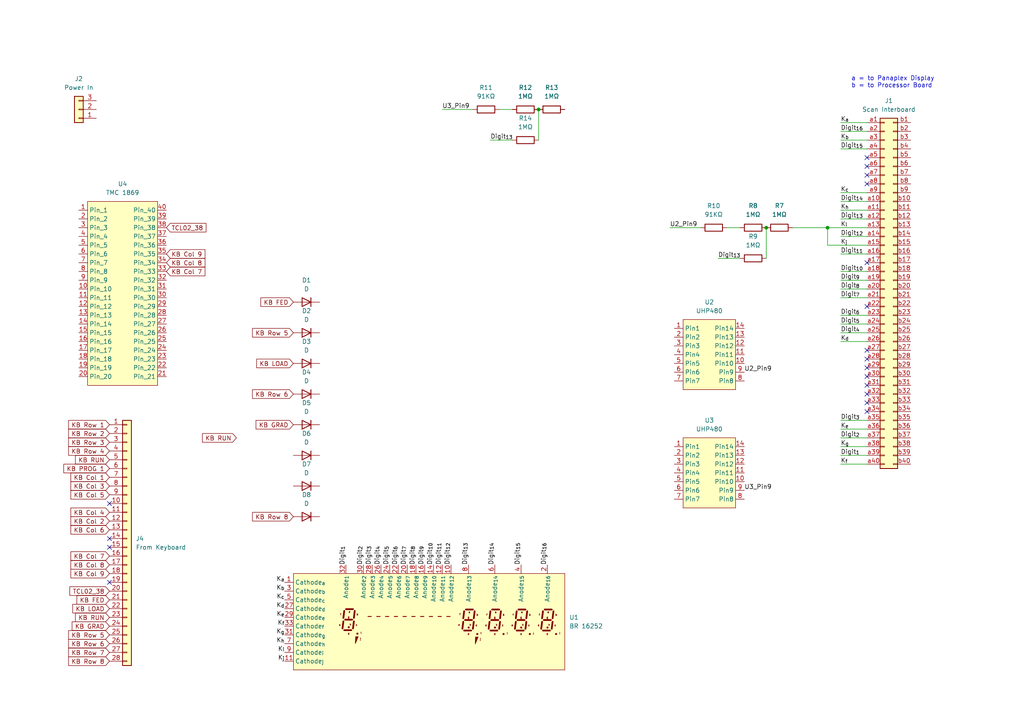
<source format=kicad_sch>
(kicad_sch (version 20250114) (generator "eeschema") (generator_version "9.0")
  (paper "A4")
  (title_block (title "Compucorp 320-Series Scan Board") (rev "WIP") (company "Brett Hallen"))
  (lib_symbols
    (symbol "Compucorp_324G_Scientist:Panaplex II 16dig"
      (property "Reference" "U" (at -38.1 -30.48 0))
      (property "Value" "BR 16252" (at 30.48 -30.48 0))
      (symbol "Panaplex II 16dig_0_1"
        (polyline (pts (xy -26.1386 -13.8638) (xy -26.3926 -15.8958)) (stroke (width 0.508)))
        (polyline (pts (xy -25.8846 -10.8158) (xy -26.1386 -12.8478)) (stroke (width 0.508)))
        (polyline (pts (xy -25.8846 -16.4038) (xy -23.8526 -16.4038)) (stroke (width 0.508)))
        (polyline (pts (xy -25.6306 -13.3558) (xy -23.5986 -13.3558)) (stroke (width 0.508)))
        (polyline (pts (xy -25.3766 -10.3078) (xy -23.3446 -10.3078)) (stroke (width 0.508)))
        (polyline (pts (xy -23.0906 -13.8638) (xy -23.3446 -15.8958)) (stroke (width 0.508)))
        (polyline (pts (xy -22.8366 -10.8158) (xy -23.0906 -12.8478)) (stroke (width 0.508)))
        (polyline (pts (xy -22.0746 -16.4038) (xy -22.0746 -16.4038)) (stroke (width 0.508)))
        (polyline (pts (xy 8.636 -13.97) (xy 8.382 -16.002)) (stroke (width 0.508)))
        (polyline (pts (xy 8.89 -10.922) (xy 8.636 -12.954)) (stroke (width 0.508)))
        (polyline (pts (xy 8.89 -16.51) (xy 10.922 -16.51)) (stroke (width 0.508)))
        (polyline (pts (xy 9.144 -13.462) (xy 11.176 -13.462)) (stroke (width 0.508)))
        (polyline (pts (xy 9.398 -10.414) (xy 11.43 -10.414)) (stroke (width 0.508)))
        (polyline (pts (xy 11.684 -13.97) (xy 11.43 -16.002)) (stroke (width 0.508)))
        (polyline (pts (xy 11.938 -10.922) (xy 11.684 -12.954)) (stroke (width 0.508)))
        (polyline (pts (xy 12.7 -16.51) (xy 12.7 -16.51)) (stroke (width 0.508)))
        (polyline (pts (xy 16.256 -13.97) (xy 16.002 -16.002)) (stroke (width 0.508)))
        (polyline (pts (xy 16.51 -10.922) (xy 16.256 -12.954)) (stroke (width 0.508)))
        (polyline (pts (xy 16.51 -16.51) (xy 18.542 -16.51)) (stroke (width 0.508)))
        (polyline (pts (xy 16.764 -13.462) (xy 18.796 -13.462)) (stroke (width 0.508)))
        (polyline (pts (xy 17.018 -10.414) (xy 19.05 -10.414)) (stroke (width 0.508)))
        (polyline (pts (xy 19.304 -13.97) (xy 19.05 -16.002)) (stroke (width 0.508)))
        (polyline (pts (xy 19.558 -10.922) (xy 19.304 -12.954)) (stroke (width 0.508)))
        (polyline (pts (xy 20.32 -16.51) (xy 20.32 -16.51)) (stroke (width 0.508)))
        (polyline (pts (xy 23.876 -13.97) (xy 23.622 -16.002)) (stroke (width 0.508)))
        (polyline (pts (xy 24.13 -10.922) (xy 23.876 -12.954)) (stroke (width 0.508)))
        (polyline (pts (xy 24.13 -16.51) (xy 26.162 -16.51)) (stroke (width 0.508)))
        (polyline (pts (xy 24.384 -13.462) (xy 26.416 -13.462)) (stroke (width 0.508)))
        (polyline (pts (xy 24.638 -10.414) (xy 26.67 -10.414)) (stroke (width 0.508)))
        (polyline (pts (xy 26.924 -13.97) (xy 26.67 -16.002)) (stroke (width 0.508)))
        (polyline (pts (xy 27.178 -10.922) (xy 26.924 -12.954)) (stroke (width 0.508)))
        (polyline (pts (xy 27.94 -16.51) (xy 27.94 -16.51)) (stroke (width 0.508)))
        (polyline (pts (xy 31.496 -13.97) (xy 31.242 -16.002)) (stroke (width 0.508)))
        (polyline (pts (xy 31.75 -10.922) (xy 31.496 -12.954)) (stroke (width 0.508)))
        (polyline (pts (xy 31.75 -16.51) (xy 33.782 -16.51)) (stroke (width 0.508)))
        (polyline (pts (xy 32.004 -13.462) (xy 34.036 -13.462)) (stroke (width 0.508)))
        (polyline (pts (xy 32.258 -10.414) (xy 34.29 -10.414)) (stroke (width 0.508)))
        (polyline (pts (xy 34.544 -13.97) (xy 34.29 -16.002)) (stroke (width 0.508)))
        (polyline (pts (xy 34.798 -10.922) (xy 34.544 -12.954)) (stroke (width 0.508)))
        (polyline (pts (xy 35.56 -16.51) (xy 35.56 -16.51)) (stroke (width 0.508)))
      )
      (symbol "Panaplex II 16dig_1_1"
        (rectangle (start -40.64 0) (end 38.1 -27.94) (fill (type color) (color 255 255 194 1)))
        (circle (center -24.5726 -15.5442) (radius 0.2199) (fill (type outline)))
        (polyline (pts (xy -22.5977 -18.2754) (xy -21.8159 -18.2754) (xy -22.6672 -20.3081) (xy -22.5969 -18.2754)) (fill (type outline)))
        (circle (center -22.0746 -17.4198) (radius 0.2199) (fill (type outline)))
        (circle (center 10.202 -15.6504) (radius 0.2199) (fill (type outline)))
        (polyline (pts (xy 12.1769 -18.3816) (xy 12.9587 -18.3816) (xy 12.1074 -20.4143) (xy 12.1777 -18.3816)) (fill (type outline)))
        (circle (center 12.7 -17.526) (radius 0.2199) (fill (type outline)))
        (circle (center 17.822 -15.6504) (radius 0.2199) (fill (type outline)))
        (circle (center 20.32 -17.526) (radius 0.2199) (fill (type outline)))
        (circle (center 25.442 -15.6504) (radius 0.2199) (fill (type outline)))
        (circle (center 27.94 -17.526) (radius 0.2199) (fill (type outline)))
        (circle (center 33.062 -15.6504) (radius 0.2199) (fill (type outline)))
        (circle (center 35.56 -17.526) (radius 0.2199) (fill (type outline)))
        (text "e" (at -27.1546 -14.8798 0) (effects (font (size 0.508 0.508))))
        (text "f" (at -26.9006 -11.8318 0) (effects (font (size 0.508 0.508))))
        (text "g" (at -24.6146 -12.5938 0) (effects (font (size 0.508 0.508))))
        (text "d" (at -24.6146 -17.4198 0) (effects (font (size 0.508 0.508))))
        (text "a" (at -24.3606 -11.0698 0) (effects (font (size 0.508 0.508))))
        (text "h" (at -24.0832 -14.7736 0) (effects (font (size 0.508 0.508))))
        (text "c" (at -22.3286 -14.8798 0) (effects (font (size 0.508 0.508))))
        (text "b" (at -22.0746 -11.8318 0) (effects (font (size 0.508 0.508))))
        (text "j" (at -21.1721 -18.9644 0) (effects (font (size 0.508 0.508))))
        (text "i" (at -21.0048 -17.2494 0) (effects (font (size 0.508 0.508))))
        (text "- - - - - - - - - -" (at -7.0886 -12.3398 0) (effects (font (size 1.27 1.27) (thickness 0.254) (bold yes))))
        (text "e" (at 7.4229 -14.8478 0) (effects (font (size 0.508 0.508))))
        (text "f" (at 7.6769 -11.7998 0) (effects (font (size 0.508 0.508))))
        (text "g" (at 10.16 -12.7 0) (effects (font (size 0.508 0.508))))
        (text "d" (at 10.16 -17.526 0) (effects (font (size 0.508 0.508))))
        (text "a" (at 10.414 -11.176 0) (effects (font (size 0.508 0.508))))
        (text "h" (at 10.6914 -14.8798 0) (effects (font (size 0.508 0.508))))
        (text "c" (at 12.446 -14.986 0) (effects (font (size 0.508 0.508))))
        (text "b" (at 12.7 -11.938 0) (effects (font (size 0.508 0.508))))
        (text "j" (at 13.6025 -19.0706 0) (effects (font (size 0.508 0.508))))
        (text "i" (at 13.7698 -17.3556 0) (effects (font (size 0.508 0.508))))
        (text "e" (at 15.24 -14.986 0) (effects (font (size 0.508 0.508))))
        (text "f" (at 15.494 -11.938 0) (effects (font (size 0.508 0.508))))
        (text "g" (at 17.78 -12.7 0) (effects (font (size 0.508 0.508))))
        (text "d" (at 17.78 -17.526 0) (effects (font (size 0.508 0.508))))
        (text "a" (at 18.034 -11.176 0) (effects (font (size 0.508 0.508))))
        (text "h" (at 18.3114 -14.8798 0) (effects (font (size 0.508 0.508))))
        (text "c" (at 20.066 -14.986 0) (effects (font (size 0.508 0.508))))
        (text "b" (at 20.32 -11.938 0) (effects (font (size 0.508 0.508))))
        (text "i" (at 21.3898 -17.3556 0) (effects (font (size 0.508 0.508))))
        (text "e" (at 22.86 -14.986 0) (effects (font (size 0.508 0.508))))
        (text "f" (at 23.114 -11.938 0) (effects (font (size 0.508 0.508))))
        (text "g" (at 25.4 -12.7 0) (effects (font (size 0.508 0.508))))
        (text "d" (at 25.4 -17.526 0) (effects (font (size 0.508 0.508))))
        (text "a" (at 25.654 -11.176 0) (effects (font (size 0.508 0.508))))
        (text "h" (at 25.9314 -14.8798 0) (effects (font (size 0.508 0.508))))
        (text "c" (at 27.686 -14.986 0) (effects (font (size 0.508 0.508))))
        (text "b" (at 27.94 -11.938 0) (effects (font (size 0.508 0.508))))
        (text "i" (at 28.9883 -17.5131 0) (effects (font (size 0.508 0.508))))
        (text "e" (at 30.48 -14.986 0) (effects (font (size 0.508 0.508))))
        (text "f" (at 30.734 -11.938 0) (effects (font (size 0.508 0.508))))
        (text "g" (at 33.02 -12.7 0) (effects (font (size 0.508 0.508))))
        (text "d" (at 33.02 -17.526 0) (effects (font (size 0.508 0.508))))
        (text "a" (at 33.274 -11.176 0) (effects (font (size 0.508 0.508))))
        (text "h" (at 33.5514 -14.8798 0) (effects (font (size 0.508 0.508))))
        (text "c" (at 35.306 -14.986 0) (effects (font (size 0.508 0.508))))
        (text "b" (at 35.56 -11.938 0) (effects (font (size 0.508 0.508))))
        (text "i" (at 36.6298 -17.3556 0) (effects (font (size 0.508 0.508))))
        (pin input line (at -43.18 -2.54 0) (length 2.54) (name "Cathode_{a}") (number "1"))
        (pin input line (at -43.18 -5.08 0) (length 2.54) (name "Cathode_{b}") (number "3"))
        (pin input line (at -43.18 -7.62 0) (length 2.54) (name "Cathode_{c}") (number "5"))
        (pin input line (at -43.18 -10.16 0) (length 2.54) (name "Cathode_{d}") (number "27"))
        (pin input line (at -43.18 -12.7 0) (length 2.54) (name "Cathode_{e}") (number "29"))
        (pin input line (at -43.18 -15.24 0) (length 2.54) (name "Cathode_{f}") (number "33"))
        (pin input line (at -43.18 -17.78 0) (length 2.54) (name "Cathode_{g}") (number "31"))
        (pin input line (at -43.18 -20.32 0) (length 2.54) (name "Cathode_{h}") (number "7"))
        (pin input line (at -43.18 -22.86 0) (length 2.54) (name "Cathode_{i}") (number "9"))
        (pin input line (at -43.18 -25.4 0) (length 2.54) (name "Cathode_{j}") (number "11"))
        (pin input line (at -25.4 2.54 270) (length 2.54) (name "Anode_{1}") (number "32"))
        (pin input line (at -20.32 2.54 270) (length 2.54) (name "Anode_{2}") (number "30"))
        (pin input line (at -17.78 2.54 270) (length 2.54) (name "Anode_{3}") (number "28"))
        (pin input line (at -15.24 2.54 270) (length 2.54) (name "Anode_{4}") (number "26"))
        (pin input line (at -12.7 2.54 270) (length 2.54) (name "Anode_{5}") (number "24"))
        (pin input line (at -10.16 2.54 270) (length 2.54) (name "Anode_{6}") (number "22"))
        (pin input line (at -7.62 2.54 270) (length 2.54) (name "Anode_{7}") (number "20"))
        (pin input line (at -5.08 2.54 270) (length 2.54) (name "Anode_{8}") (number "18"))
        (pin input line (at -2.54 2.54 270) (length 2.54) (name "Anode_{9}") (number "16"))
        (pin input line (at 0 2.54 270) (length 2.54) (name "Anode_{10}") (number "14"))
        (pin input line (at 2.54 2.54 270) (length 2.54) (name "Anode_{11}") (number "12"))
        (pin input line (at 5.08 2.54 270) (length 2.54) (name "Anode_{12}") (number "10"))
        (pin input line (at 10.16 2.54 270) (length 2.54) (name "Anode_{13}") (number "8"))
        (pin input line (at 17.78 2.54 270) (length 2.54) (name "Anode_{14}") (number "6"))
        (pin input line (at 25.4 2.54 270) (length 2.54) (name "Anode_{15}") (number "4"))
        (pin input line (at 33.02 2.54 270) (length 2.54) (name "Anode_{16}") (number "2"))
      )
    )
    (symbol "Compucorp_324G_Scientist:TMC_1869"
      (property "Reference" "U" (at -10.16 2.54 0))
      (property "Value" "TMC 1869" (at 5.08 2.54 0))
      (symbol "TMC_1869_1_1"
        (rectangle (start -10.16 0) (end 10.16 -53.34) (fill (type color) (color 255 255 194 1)))
        (pin input line (at -12.7 -2.54 0) (length 2.54) (name "Pin_1") (number "1"))
        (pin input line (at -12.7 -5.08 0) (length 2.54) (name "Pin_2") (number "2"))
        (pin input line (at -12.7 -7.62 0) (length 2.54) (name "Pin_3") (number "3"))
        (pin input line (at -12.7 -10.16 0) (length 2.54) (name "Pin_4") (number "4"))
        (pin input line (at -12.7 -12.7 0) (length 2.54) (name "Pin_5") (number "5"))
        (pin input line (at -12.7 -15.24 0) (length 2.54) (name "Pin_6") (number "6"))
        (pin input line (at -12.7 -17.78 0) (length 2.54) (name "Pin_7") (number "7"))
        (pin input line (at -12.7 -20.32 0) (length 2.54) (name "Pin_8") (number "8"))
        (pin input line (at -12.7 -22.86 0) (length 2.54) (name "Pin_9") (number "9"))
        (pin input line (at -12.7 -25.4 0) (length 2.54) (name "Pin_10") (number "10"))
        (pin input line (at -12.7 -27.94 0) (length 2.54) (name "Pin_11") (number "11"))
        (pin input line (at -12.7 -30.48 0) (length 2.54) (name "Pin_12") (number "12"))
        (pin input line (at -12.7 -33.02 0) (length 2.54) (name "Pin_13") (number "13"))
        (pin input line (at -12.7 -35.56 0) (length 2.54) (name "Pin_14") (number "14"))
        (pin input line (at -12.7 -38.1 0) (length 2.54) (name "Pin_15") (number "15"))
        (pin input line (at -12.7 -40.64 0) (length 2.54) (name "Pin_16") (number "16"))
        (pin input line (at -12.7 -43.18 0) (length 2.54) (name "Pin_17") (number "17"))
        (pin input line (at -12.7 -45.72 0) (length 2.54) (name "Pin_18") (number "18"))
        (pin input line (at -12.7 -48.26 0) (length 2.54) (name "Pin_19") (number "19"))
        (pin input line (at -12.7 -50.8 0) (length 2.54) (name "Pin_20") (number "20"))
        (pin input line (at 12.7 -2.54 180) (length 2.54) (name "Pin_40") (number "40"))
        (pin input line (at 12.7 -5.08 180) (length 2.54) (name "Pin_39") (number "39"))
        (pin input line (at 12.7 -7.62 180) (length 2.54) (name "Pin_38") (number "38"))
        (pin input line (at 12.7 -10.16 180) (length 2.54) (name "Pin_37") (number "37"))
        (pin input line (at 12.7 -12.7 180) (length 2.54) (name "Pin_36") (number "36"))
        (pin input line (at 12.7 -15.24 180) (length 2.54) (name "Pin_35") (number "35"))
        (pin input line (at 12.7 -17.78 180) (length 2.54) (name "Pin_34") (number "34"))
        (pin input line (at 12.7 -20.32 180) (length 2.54) (name "Pin_33") (number "33"))
        (pin input line (at 12.7 -22.86 180) (length 2.54) (name "Pin_32") (number "32"))
        (pin input line (at 12.7 -25.4 180) (length 2.54) (name "Pin_31") (number "31"))
        (pin input line (at 12.7 -27.94 180) (length 2.54) (name "Pin_30") (number "30"))
        (pin input line (at 12.7 -30.48 180) (length 2.54) (name "Pin_29") (number "29"))
        (pin input line (at 12.7 -33.02 180) (length 2.54) (name "Pin_28") (number "28"))
        (pin input line (at 12.7 -35.56 180) (length 2.54) (name "Pin_27") (number "27"))
        (pin input line (at 12.7 -38.1 180) (length 2.54) (name "Pin_26") (number "26"))
        (pin input line (at 12.7 -40.64 180) (length 2.54) (name "Pin_25") (number "25"))
        (pin input line (at 12.7 -43.18 180) (length 2.54) (name "Pin_24") (number "24"))
        (pin input line (at 12.7 -45.72 180) (length 2.54) (name "Pin_23") (number "23"))
        (pin input line (at 12.7 -48.26 180) (length 2.54) (name "Pin_22") (number "22"))
        (pin input line (at 12.7 -50.8 180) (length 2.54) (name "Pin_21") (number "21"))
      )
    )
    (symbol "Compucorp_324G_Scientist:UHP480"
      (property "Reference" "U" (at -7.62 2.54 0))
      (property "Value" "UHP480" (at 5.08 2.54 0))
      (symbol "UHP480_1_1"
        (rectangle (start -7.62 0) (end 7.62 -20.32) (fill (type color) (color 255 255 194 1)))
        (pin passive line (at -10.16 -2.54 0) (length 2.54) (name "Pin1") (number "1"))
        (pin passive line (at -10.16 -5.08 0) (length 2.54) (name "Pin2") (number "2"))
        (pin passive line (at -10.16 -7.62 0) (length 2.54) (name "Pin3") (number "3"))
        (pin passive line (at -10.16 -10.16 0) (length 2.54) (name "Pin4") (number "4"))
        (pin passive line (at -10.16 -12.7 0) (length 2.54) (name "Pin5") (number "5"))
        (pin passive line (at -10.16 -15.24 0) (length 2.54) (name "Pin6") (number "6"))
        (pin passive line (at -10.16 -17.78 0) (length 2.54) (name "Pin7") (number "7"))
        (pin passive line (at 10.16 -2.54 180) (length 2.54) (name "Pin14") (number "14"))
        (pin passive line (at 10.16 -5.08 180) (length 2.54) (name "Pin13") (number "13"))
        (pin passive line (at 10.16 -7.62 180) (length 2.54) (name "Pin12") (number "12"))
        (pin passive line (at 10.16 -10.16 180) (length 2.54) (name "Pin11") (number "11"))
        (pin passive line (at 10.16 -12.7 180) (length 2.54) (name "Pin10") (number "10"))
        (pin passive line (at 10.16 -15.24 180) (length 2.54) (name "Pin9") (number "9"))
        (pin passive line (at 10.16 -17.78 180) (length 2.54) (name "Pin8") (number "8"))
      )
    )
    (symbol "Connector_Generic:Conn_01x03" (pin_names (offset 1.016) (hide yes))
      (property "Reference" "J" (at 0 5.08 0))
      (property "Value" "Conn_01x03" (at 0 -5.08 0))
      (symbol "Conn_01x03_1_1"
        (rectangle (start -1.27 3.81) (end 1.27 -3.81) (stroke (width 0.254)) (fill (type background)))
        (rectangle (start -1.27 2.667) (end 0 2.413) (stroke (width 0.1524)))
        (rectangle (start -1.27 0.127) (end 0 -0.127) (stroke (width 0.1524)))
        (rectangle (start -1.27 -2.413) (end 0 -2.667) (stroke (width 0.1524)))
        (pin passive line (at -5.08 2.54 0) (length 3.81) (name "Pin_1") (number "1"))
        (pin passive line (at -5.08 0 0) (length 3.81) (name "Pin_2") (number "2"))
        (pin passive line (at -5.08 -2.54 0) (length 3.81) (name "Pin_3") (number "3"))
      )
    )
    (symbol "Connector_Generic:Conn_01x28" (pin_names (offset 1.016) (hide yes))
      (property "Reference" "J" (at 0 35.56 0))
      (property "Value" "Conn_01x28" (at 0 -38.1 0))
      (symbol "Conn_01x28_1_1"
        (rectangle (start -1.27 34.29) (end 1.27 -36.83) (stroke (width 0.254)) (fill (type background)))
        (rectangle (start -1.27 33.147) (end 0 32.893) (stroke (width 0.1524)))
        (rectangle (start -1.27 30.607) (end 0 30.353) (stroke (width 0.1524)))
        (rectangle (start -1.27 28.067) (end 0 27.813) (stroke (width 0.1524)))
        (rectangle (start -1.27 25.527) (end 0 25.273) (stroke (width 0.1524)))
        (rectangle (start -1.27 22.987) (end 0 22.733) (stroke (width 0.1524)))
        (rectangle (start -1.27 20.447) (end 0 20.193) (stroke (width 0.1524)))
        (rectangle (start -1.27 17.907) (end 0 17.653) (stroke (width 0.1524)))
        (rectangle (start -1.27 15.367) (end 0 15.113) (stroke (width 0.1524)))
        (rectangle (start -1.27 12.827) (end 0 12.573) (stroke (width 0.1524)))
        (rectangle (start -1.27 10.287) (end 0 10.033) (stroke (width 0.1524)))
        (rectangle (start -1.27 7.747) (end 0 7.493) (stroke (width 0.1524)))
        (rectangle (start -1.27 5.207) (end 0 4.953) (stroke (width 0.1524)))
        (rectangle (start -1.27 2.667) (end 0 2.413) (stroke (width 0.1524)))
        (rectangle (start -1.27 0.127) (end 0 -0.127) (stroke (width 0.1524)))
        (rectangle (start -1.27 -2.413) (end 0 -2.667) (stroke (width 0.1524)))
        (rectangle (start -1.27 -4.953) (end 0 -5.207) (stroke (width 0.1524)))
        (rectangle (start -1.27 -7.493) (end 0 -7.747) (stroke (width 0.1524)))
        (rectangle (start -1.27 -10.033) (end 0 -10.287) (stroke (width 0.1524)))
        (rectangle (start -1.27 -12.573) (end 0 -12.827) (stroke (width 0.1524)))
        (rectangle (start -1.27 -15.113) (end 0 -15.367) (stroke (width 0.1524)))
        (rectangle (start -1.27 -17.653) (end 0 -17.907) (stroke (width 0.1524)))
        (rectangle (start -1.27 -20.193) (end 0 -20.447) (stroke (width 0.1524)))
        (rectangle (start -1.27 -22.733) (end 0 -22.987) (stroke (width 0.1524)))
        (rectangle (start -1.27 -25.273) (end 0 -25.527) (stroke (width 0.1524)))
        (rectangle (start -1.27 -27.813) (end 0 -28.067) (stroke (width 0.1524)))
        (rectangle (start -1.27 -30.353) (end 0 -30.607) (stroke (width 0.1524)))
        (rectangle (start -1.27 -32.893) (end 0 -33.147) (stroke (width 0.1524)))
        (rectangle (start -1.27 -35.433) (end 0 -35.687) (stroke (width 0.1524)))
        (pin passive line (at -5.08 33.02 0) (length 3.81) (name "Pin_1") (number "1"))
        (pin passive line (at -5.08 30.48 0) (length 3.81) (name "Pin_2") (number "2"))
        (pin passive line (at -5.08 27.94 0) (length 3.81) (name "Pin_3") (number "3"))
        (pin passive line (at -5.08 25.4 0) (length 3.81) (name "Pin_4") (number "4"))
        (pin passive line (at -5.08 22.86 0) (length 3.81) (name "Pin_5") (number "5"))
        (pin passive line (at -5.08 20.32 0) (length 3.81) (name "Pin_6") (number "6"))
        (pin passive line (at -5.08 17.78 0) (length 3.81) (name "Pin_7") (number "7"))
        (pin passive line (at -5.08 15.24 0) (length 3.81) (name "Pin_8") (number "8"))
        (pin passive line (at -5.08 12.7 0) (length 3.81) (name "Pin_9") (number "9"))
        (pin passive line (at -5.08 10.16 0) (length 3.81) (name "Pin_10") (number "10"))
        (pin passive line (at -5.08 7.62 0) (length 3.81) (name "Pin_11") (number "11"))
        (pin passive line (at -5.08 5.08 0) (length 3.81) (name "Pin_12") (number "12"))
        (pin passive line (at -5.08 2.54 0) (length 3.81) (name "Pin_13") (number "13"))
        (pin passive line (at -5.08 0 0) (length 3.81) (name "Pin_14") (number "14"))
        (pin passive line (at -5.08 -2.54 0) (length 3.81) (name "Pin_15") (number "15"))
        (pin passive line (at -5.08 -5.08 0) (length 3.81) (name "Pin_16") (number "16"))
        (pin passive line (at -5.08 -7.62 0) (length 3.81) (name "Pin_17") (number "17"))
        (pin passive line (at -5.08 -10.16 0) (length 3.81) (name "Pin_18") (number "18"))
        (pin passive line (at -5.08 -12.7 0) (length 3.81) (name "Pin_19") (number "19"))
        (pin passive line (at -5.08 -15.24 0) (length 3.81) (name "Pin_20") (number "20"))
        (pin passive line (at -5.08 -17.78 0) (length 3.81) (name "Pin_21") (number "21"))
        (pin passive line (at -5.08 -20.32 0) (length 3.81) (name "Pin_22") (number "22"))
        (pin passive line (at -5.08 -22.86 0) (length 3.81) (name "Pin_23") (number "23"))
        (pin passive line (at -5.08 -25.4 0) (length 3.81) (name "Pin_24") (number "24"))
        (pin passive line (at -5.08 -27.94 0) (length 3.81) (name "Pin_25") (number "25"))
        (pin passive line (at -5.08 -30.48 0) (length 3.81) (name "Pin_26") (number "26"))
        (pin passive line (at -5.08 -33.02 0) (length 3.81) (name "Pin_27") (number "27"))
        (pin passive line (at -5.08 -35.56 0) (length 3.81) (name "Pin_28") (number "28"))
      )
    )
    (symbol "Connector_Generic:Conn_02x40_Row_Letter_First" (pin_names (offset 1.016) (hide yes))
      (property "Reference" "J" (at 1.27 50.8 0))
      (property "Value" "Conn_02x40_Row_Letter_First" (at 1.27 -53.34 0))
      (symbol "Conn_02x40_Row_Letter_First_1_1"
        (rectangle (start -1.27 49.53) (end 3.81 -52.07) (stroke (width 0.254)) (fill (type background)))
        (rectangle (start -1.27 48.387) (end 0 48.133) (stroke (width 0.1524)))
        (rectangle (start -1.27 45.847) (end 0 45.593) (stroke (width 0.1524)))
        (rectangle (start -1.27 43.307) (end 0 43.053) (stroke (width 0.1524)))
        (rectangle (start -1.27 40.767) (end 0 40.513) (stroke (width 0.1524)))
        (rectangle (start -1.27 38.227) (end 0 37.973) (stroke (width 0.1524)))
        (rectangle (start -1.27 35.687) (end 0 35.433) (stroke (width 0.1524)))
        (rectangle (start -1.27 33.147) (end 0 32.893) (stroke (width 0.1524)))
        (rectangle (start -1.27 30.607) (end 0 30.353) (stroke (width 0.1524)))
        (rectangle (start -1.27 28.067) (end 0 27.813) (stroke (width 0.1524)))
        (rectangle (start -1.27 25.527) (end 0 25.273) (stroke (width 0.1524)))
        (rectangle (start -1.27 22.987) (end 0 22.733) (stroke (width 0.1524)))
        (rectangle (start -1.27 20.447) (end 0 20.193) (stroke (width 0.1524)))
        (rectangle (start -1.27 17.907) (end 0 17.653) (stroke (width 0.1524)))
        (rectangle (start -1.27 15.367) (end 0 15.113) (stroke (width 0.1524)))
        (rectangle (start -1.27 12.827) (end 0 12.573) (stroke (width 0.1524)))
        (rectangle (start -1.27 10.287) (end 0 10.033) (stroke (width 0.1524)))
        (rectangle (start -1.27 7.747) (end 0 7.493) (stroke (width 0.1524)))
        (rectangle (start -1.27 5.207) (end 0 4.953) (stroke (width 0.1524)))
        (rectangle (start -1.27 2.667) (end 0 2.413) (stroke (width 0.1524)))
        (rectangle (start -1.27 0.127) (end 0 -0.127) (stroke (width 0.1524)))
        (rectangle (start -1.27 -2.413) (end 0 -2.667) (stroke (width 0.1524)))
        (rectangle (start -1.27 -4.953) (end 0 -5.207) (stroke (width 0.1524)))
        (rectangle (start -1.27 -7.493) (end 0 -7.747) (stroke (width 0.1524)))
        (rectangle (start -1.27 -10.033) (end 0 -10.287) (stroke (width 0.1524)))
        (rectangle (start -1.27 -12.573) (end 0 -12.827) (stroke (width 0.1524)))
        (rectangle (start -1.27 -15.113) (end 0 -15.367) (stroke (width 0.1524)))
        (rectangle (start -1.27 -17.653) (end 0 -17.907) (stroke (width 0.1524)))
        (rectangle (start -1.27 -20.193) (end 0 -20.447) (stroke (width 0.1524)))
        (rectangle (start -1.27 -22.733) (end 0 -22.987) (stroke (width 0.1524)))
        (rectangle (start -1.27 -25.273) (end 0 -25.527) (stroke (width 0.1524)))
        (rectangle (start -1.27 -27.813) (end 0 -28.067) (stroke (width 0.1524)))
        (rectangle (start -1.27 -30.353) (end 0 -30.607) (stroke (width 0.1524)))
        (rectangle (start -1.27 -32.893) (end 0 -33.147) (stroke (width 0.1524)))
        (rectangle (start -1.27 -35.433) (end 0 -35.687) (stroke (width 0.1524)))
        (rectangle (start -1.27 -37.973) (end 0 -38.227) (stroke (width 0.1524)))
        (rectangle (start -1.27 -40.513) (end 0 -40.767) (stroke (width 0.1524)))
        (rectangle (start -1.27 -43.053) (end 0 -43.307) (stroke (width 0.1524)))
        (rectangle (start -1.27 -45.593) (end 0 -45.847) (stroke (width 0.1524)))
        (rectangle (start -1.27 -48.133) (end 0 -48.387) (stroke (width 0.1524)))
        (rectangle (start -1.27 -50.673) (end 0 -50.927) (stroke (width 0.1524)))
        (rectangle (start 3.81 48.387) (end 2.54 48.133) (stroke (width 0.1524)))
        (rectangle (start 3.81 45.847) (end 2.54 45.593) (stroke (width 0.1524)))
        (rectangle (start 3.81 43.307) (end 2.54 43.053) (stroke (width 0.1524)))
        (rectangle (start 3.81 40.767) (end 2.54 40.513) (stroke (width 0.1524)))
        (rectangle (start 3.81 38.227) (end 2.54 37.973) (stroke (width 0.1524)))
        (rectangle (start 3.81 35.687) (end 2.54 35.433) (stroke (width 0.1524)))
        (rectangle (start 3.81 33.147) (end 2.54 32.893) (stroke (width 0.1524)))
        (rectangle (start 3.81 30.607) (end 2.54 30.353) (stroke (width 0.1524)))
        (rectangle (start 3.81 28.067) (end 2.54 27.813) (stroke (width 0.1524)))
        (rectangle (start 3.81 25.527) (end 2.54 25.273) (stroke (width 0.1524)))
        (rectangle (start 3.81 22.987) (end 2.54 22.733) (stroke (width 0.1524)))
        (rectangle (start 3.81 20.447) (end 2.54 20.193) (stroke (width 0.1524)))
        (rectangle (start 3.81 17.907) (end 2.54 17.653) (stroke (width 0.1524)))
        (rectangle (start 3.81 15.367) (end 2.54 15.113) (stroke (width 0.1524)))
        (rectangle (start 3.81 12.827) (end 2.54 12.573) (stroke (width 0.1524)))
        (rectangle (start 3.81 10.287) (end 2.54 10.033) (stroke (width 0.1524)))
        (rectangle (start 3.81 7.747) (end 2.54 7.493) (stroke (width 0.1524)))
        (rectangle (start 3.81 5.207) (end 2.54 4.953) (stroke (width 0.1524)))
        (rectangle (start 3.81 2.667) (end 2.54 2.413) (stroke (width 0.1524)))
        (rectangle (start 3.81 0.127) (end 2.54 -0.127) (stroke (width 0.1524)))
        (rectangle (start 3.81 -2.413) (end 2.54 -2.667) (stroke (width 0.1524)))
        (rectangle (start 3.81 -4.953) (end 2.54 -5.207) (stroke (width 0.1524)))
        (rectangle (start 3.81 -7.493) (end 2.54 -7.747) (stroke (width 0.1524)))
        (rectangle (start 3.81 -10.033) (end 2.54 -10.287) (stroke (width 0.1524)))
        (rectangle (start 3.81 -12.573) (end 2.54 -12.827) (stroke (width 0.1524)))
        (rectangle (start 3.81 -15.113) (end 2.54 -15.367) (stroke (width 0.1524)))
        (rectangle (start 3.81 -17.653) (end 2.54 -17.907) (stroke (width 0.1524)))
        (rectangle (start 3.81 -20.193) (end 2.54 -20.447) (stroke (width 0.1524)))
        (rectangle (start 3.81 -22.733) (end 2.54 -22.987) (stroke (width 0.1524)))
        (rectangle (start 3.81 -25.273) (end 2.54 -25.527) (stroke (width 0.1524)))
        (rectangle (start 3.81 -27.813) (end 2.54 -28.067) (stroke (width 0.1524)))
        (rectangle (start 3.81 -30.353) (end 2.54 -30.607) (stroke (width 0.1524)))
        (rectangle (start 3.81 -32.893) (end 2.54 -33.147) (stroke (width 0.1524)))
        (rectangle (start 3.81 -35.433) (end 2.54 -35.687) (stroke (width 0.1524)))
        (rectangle (start 3.81 -37.973) (end 2.54 -38.227) (stroke (width 0.1524)))
        (rectangle (start 3.81 -40.513) (end 2.54 -40.767) (stroke (width 0.1524)))
        (rectangle (start 3.81 -43.053) (end 2.54 -43.307) (stroke (width 0.1524)))
        (rectangle (start 3.81 -45.593) (end 2.54 -45.847) (stroke (width 0.1524)))
        (rectangle (start 3.81 -48.133) (end 2.54 -48.387) (stroke (width 0.1524)))
        (rectangle (start 3.81 -50.673) (end 2.54 -50.927) (stroke (width 0.1524)))
        (pin passive line (at -5.08 48.26 0) (length 3.81) (name "Pin_a1") (number "a1"))
        (pin passive line (at -5.08 45.72 0) (length 3.81) (name "Pin_a2") (number "a2"))
        (pin passive line (at -5.08 43.18 0) (length 3.81) (name "Pin_a3") (number "a3"))
        (pin passive line (at -5.08 40.64 0) (length 3.81) (name "Pin_a4") (number "a4"))
        (pin passive line (at -5.08 38.1 0) (length 3.81) (name "Pin_a5") (number "a5"))
        (pin passive line (at -5.08 35.56 0) (length 3.81) (name "Pin_a6") (number "a6"))
        (pin passive line (at -5.08 33.02 0) (length 3.81) (name "Pin_a7") (number "a7"))
        (pin passive line (at -5.08 30.48 0) (length 3.81) (name "Pin_a8") (number "a8"))
        (pin passive line (at -5.08 27.94 0) (length 3.81) (name "Pin_a9") (number "a9"))
        (pin passive line (at -5.08 25.4 0) (length 3.81) (name "Pin_a10") (number "a10"))
        (pin passive line (at -5.08 22.86 0) (length 3.81) (name "Pin_a11") (number "a11"))
        (pin passive line (at -5.08 20.32 0) (length 3.81) (name "Pin_a12") (number "a12"))
        (pin passive line (at -5.08 17.78 0) (length 3.81) (name "Pin_a13") (number "a13"))
        (pin passive line (at -5.08 15.24 0) (length 3.81) (name "Pin_a14") (number "a14"))
        (pin passive line (at -5.08 12.7 0) (length 3.81) (name "Pin_a15") (number "a15"))
        (pin passive line (at -5.08 10.16 0) (length 3.81) (name "Pin_a16") (number "a16"))
        (pin passive line (at -5.08 7.62 0) (length 3.81) (name "Pin_a17") (number "a17"))
        (pin passive line (at -5.08 5.08 0) (length 3.81) (name "Pin_a18") (number "a18"))
        (pin passive line (at -5.08 2.54 0) (length 3.81) (name "Pin_a19") (number "a19"))
        (pin passive line (at -5.08 0 0) (length 3.81) (name "Pin_a20") (number "a20"))
        (pin passive line (at -5.08 -2.54 0) (length 3.81) (name "Pin_a21") (number "a21"))
        (pin passive line (at -5.08 -5.08 0) (length 3.81) (name "Pin_a22") (number "a22"))
        (pin passive line (at -5.08 -7.62 0) (length 3.81) (name "Pin_a23") (number "a23"))
        (pin passive line (at -5.08 -10.16 0) (length 3.81) (name "Pin_a24") (number "a24"))
        (pin passive line (at -5.08 -12.7 0) (length 3.81) (name "Pin_a25") (number "a25"))
        (pin passive line (at -5.08 -15.24 0) (length 3.81) (name "Pin_a26") (number "a26"))
        (pin passive line (at -5.08 -17.78 0) (length 3.81) (name "Pin_a27") (number "a27"))
        (pin passive line (at -5.08 -20.32 0) (length 3.81) (name "Pin_a28") (number "a28"))
        (pin passive line (at -5.08 -22.86 0) (length 3.81) (name "Pin_a29") (number "a29"))
        (pin passive line (at -5.08 -25.4 0) (length 3.81) (name "Pin_a30") (number "a30"))
        (pin passive line (at -5.08 -27.94 0) (length 3.81) (name "Pin_a31") (number "a31"))
        (pin passive line (at -5.08 -30.48 0) (length 3.81) (name "Pin_a32") (number "a32"))
        (pin passive line (at -5.08 -33.02 0) (length 3.81) (name "Pin_a33") (number "a33"))
        (pin passive line (at -5.08 -35.56 0) (length 3.81) (name "Pin_a34") (number "a34"))
        (pin passive line (at -5.08 -38.1 0) (length 3.81) (name "Pin_a35") (number "a35"))
        (pin passive line (at -5.08 -40.64 0) (length 3.81) (name "Pin_a36") (number "a36"))
        (pin passive line (at -5.08 -43.18 0) (length 3.81) (name "Pin_a37") (number "a37"))
        (pin passive line (at -5.08 -45.72 0) (length 3.81) (name "Pin_a38") (number "a38"))
        (pin passive line (at -5.08 -48.26 0) (length 3.81) (name "Pin_a39") (number "a39"))
        (pin passive line (at -5.08 -50.8 0) (length 3.81) (name "Pin_a40") (number "a40"))
        (pin passive line (at 7.62 48.26 180) (length 3.81) (name "Pin_b1") (number "b1"))
        (pin passive line (at 7.62 45.72 180) (length 3.81) (name "Pin_b2") (number "b2"))
        (pin passive line (at 7.62 43.18 180) (length 3.81) (name "Pin_b3") (number "b3"))
        (pin passive line (at 7.62 40.64 180) (length 3.81) (name "Pin_b4") (number "b4"))
        (pin passive line (at 7.62 38.1 180) (length 3.81) (name "Pin_b5") (number "b5"))
        (pin passive line (at 7.62 35.56 180) (length 3.81) (name "Pin_b6") (number "b6"))
        (pin passive line (at 7.62 33.02 180) (length 3.81) (name "Pin_b7") (number "b7"))
        (pin passive line (at 7.62 30.48 180) (length 3.81) (name "Pin_b8") (number "b8"))
        (pin passive line (at 7.62 27.94 180) (length 3.81) (name "Pin_b9") (number "b9"))
        (pin passive line (at 7.62 25.4 180) (length 3.81) (name "Pin_b10") (number "b10"))
        (pin passive line (at 7.62 22.86 180) (length 3.81) (name "Pin_b11") (number "b11"))
        (pin passive line (at 7.62 20.32 180) (length 3.81) (name "Pin_b12") (number "b12"))
        (pin passive line (at 7.62 17.78 180) (length 3.81) (name "Pin_b13") (number "b13"))
        (pin passive line (at 7.62 15.24 180) (length 3.81) (name "Pin_b14") (number "b14"))
        (pin passive line (at 7.62 12.7 180) (length 3.81) (name "Pin_b15") (number "b15"))
        (pin passive line (at 7.62 10.16 180) (length 3.81) (name "Pin_b16") (number "b16"))
        (pin passive line (at 7.62 7.62 180) (length 3.81) (name "Pin_b17") (number "b17"))
        (pin passive line (at 7.62 5.08 180) (length 3.81) (name "Pin_b18") (number "b18"))
        (pin passive line (at 7.62 2.54 180) (length 3.81) (name "Pin_b19") (number "b19"))
        (pin passive line (at 7.62 0 180) (length 3.81) (name "Pin_b20") (number "b20"))
        (pin passive line (at 7.62 -2.54 180) (length 3.81) (name "Pin_b21") (number "b21"))
        (pin passive line (at 7.62 -5.08 180) (length 3.81) (name "Pin_b22") (number "b22"))
        (pin passive line (at 7.62 -7.62 180) (length 3.81) (name "Pin_b23") (number "b23"))
        (pin passive line (at 7.62 -10.16 180) (length 3.81) (name "Pin_b24") (number "b24"))
        (pin passive line (at 7.62 -12.7 180) (length 3.81) (name "Pin_b25") (number "b25"))
        (pin passive line (at 7.62 -15.24 180) (length 3.81) (name "Pin_b26") (number "b26"))
        (pin passive line (at 7.62 -17.78 180) (length 3.81) (name "Pin_b27") (number "b27"))
        (pin passive line (at 7.62 -20.32 180) (length 3.81) (name "Pin_b28") (number "b28"))
        (pin passive line (at 7.62 -22.86 180) (length 3.81) (name "Pin_b29") (number "b29"))
        (pin passive line (at 7.62 -25.4 180) (length 3.81) (name "Pin_b30") (number "b30"))
        (pin passive line (at 7.62 -27.94 180) (length 3.81) (name "Pin_b31") (number "b31"))
        (pin passive line (at 7.62 -30.48 180) (length 3.81) (name "Pin_b32") (number "b32"))
        (pin passive line (at 7.62 -33.02 180) (length 3.81) (name "Pin_b33") (number "b33"))
        (pin passive line (at 7.62 -35.56 180) (length 3.81) (name "Pin_b34") (number "b34"))
        (pin passive line (at 7.62 -38.1 180) (length 3.81) (name "Pin_b35") (number "b35"))
        (pin passive line (at 7.62 -40.64 180) (length 3.81) (name "Pin_b36") (number "b36"))
        (pin passive line (at 7.62 -43.18 180) (length 3.81) (name "Pin_b37") (number "b37"))
        (pin passive line (at 7.62 -45.72 180) (length 3.81) (name "Pin_b38") (number "b38"))
        (pin passive line (at 7.62 -48.26 180) (length 3.81) (name "Pin_b39") (number "b39"))
        (pin passive line (at 7.62 -50.8 180) (length 3.81) (name "Pin_b40") (number "b40"))
      )
    )
    (symbol "Device:D" (pin_numbers (hide yes)) (pin_names (offset 1.016) (hide yes))
      (property "Reference" "D" (at 0 2.54 0))
      (property "Value" "D" (at 0 -2.54 0))
      (symbol "D_0_1"
        (polyline (pts (xy -1.27 1.27) (xy -1.27 -1.27)) (stroke (width 0.254)))
        (polyline (pts (xy 1.27 1.27) (xy 1.27 -1.27) (xy -1.27 0) (xy 1.27 1.27)) (stroke (width 0.254)))
        (polyline (pts (xy 1.27 0) (xy -1.27 0)))
      )
      (symbol "D_1_1"
        (pin passive line (at -3.81 0 0) (length 2.54) (name "K") (number "1"))
        (pin passive line (at 3.81 0 180) (length 2.54) (name "A") (number "2"))
      )
    )
    (symbol "Device:R" (pin_numbers (hide yes)) (pin_names (offset 0))
      (property "Reference" "R" (at 2.032 0 90))
      (property "Value" "R" (at 0 0 90))
      (symbol "R_0_1"
        (rectangle (start -1.016 -2.54) (end 1.016 2.54) (stroke (width 0.254)))
      )
      (symbol "R_1_1"
        (pin passive line (at 0 3.81 270) (length 1.27) (name "~") (number "1"))
        (pin passive line (at 0 -3.81 90) (length 1.27) (name "~") (number "2"))
      )
    )
  )
  (text "a = to Panaplex Display\nb = to Processor Board" (at 246.888 23.876 0) (effects (font (size 1.27 1.27)) (justify left)))
  (junction (at 222.25 66.04))
  (junction (at 240.03 66.04))
  (junction (at 156.21 31.75))
  (no_connect (at 31.75 158.75))
  (no_connect (at 251.46 53.34))
  (no_connect (at 251.46 114.3))
  (no_connect (at 251.46 76.2))
  (no_connect (at 251.46 88.9))
  (no_connect (at 251.46 101.6))
  (no_connect (at 251.46 106.68))
  (no_connect (at 251.46 48.26))
  (no_connect (at 251.46 45.72))
  (no_connect (at 251.46 111.76))
  (no_connect (at 31.75 146.05))
  (no_connect (at 251.46 119.38))
  (no_connect (at 251.46 116.84))
  (no_connect (at 31.75 156.21))
  (no_connect (at 31.75 168.91))
  (no_connect (at 251.46 104.14))
  (no_connect (at 251.46 109.22))
  (no_connect (at 251.46 50.8))
  (wire (pts (xy 240.03 71.12) (xy 251.46 71.12)))
  (wire (pts (xy 243.84 55.88) (xy 251.46 55.88)))
  (wire (pts (xy 240.03 71.12) (xy 240.03 66.04)))
  (wire (pts (xy 142.24 40.64) (xy 148.59 40.64)))
  (wire (pts (xy 243.84 124.46) (xy 251.46 124.46)))
  (wire (pts (xy 243.84 78.74) (xy 251.46 78.74)))
  (wire (pts (xy 243.84 63.5) (xy 251.46 63.5)))
  (wire (pts (xy 243.84 35.56) (xy 251.46 35.56)))
  (wire (pts (xy 243.84 134.62) (xy 251.46 134.62)))
  (wire (pts (xy 243.84 68.58) (xy 251.46 68.58)))
  (wire (pts (xy 243.84 127) (xy 251.46 127)))
  (wire (pts (xy 144.78 31.75) (xy 148.59 31.75)))
  (wire (pts (xy 194.31 66.04) (xy 203.2 66.04)))
  (wire (pts (xy 243.84 58.42) (xy 251.46 58.42)))
  (wire (pts (xy 243.84 93.98) (xy 251.46 93.98)))
  (wire (pts (xy 243.84 91.44) (xy 251.46 91.44)))
  (wire (pts (xy 243.84 129.54) (xy 251.46 129.54)))
  (wire (pts (xy 240.03 66.04) (xy 251.46 66.04)))
  (wire (pts (xy 243.84 81.28) (xy 251.46 81.28)))
  (wire (pts (xy 243.84 121.92) (xy 251.46 121.92)))
  (wire (pts (xy 229.87 66.04) (xy 240.03 66.04)))
  (wire (pts (xy 243.84 86.36) (xy 251.46 86.36)))
  (wire (pts (xy 243.84 99.06) (xy 251.46 99.06)))
  (wire (pts (xy 210.82 66.04) (xy 214.63 66.04)))
  (wire (pts (xy 243.84 132.08) (xy 251.46 132.08)))
  (wire (pts (xy 243.84 73.66) (xy 251.46 73.66)))
  (wire (pts (xy 222.25 66.04) (xy 222.25 74.93)))
  (wire (pts (xy 243.84 60.96) (xy 251.46 60.96)))
  (wire (pts (xy 243.84 38.1) (xy 251.46 38.1)))
  (wire (pts (xy 243.84 96.52) (xy 251.46 96.52)))
  (wire (pts (xy 208.28 74.93) (xy 214.63 74.93)))
  (wire (pts (xy 243.84 40.64) (xy 251.46 40.64)))
  (wire (pts (xy 243.84 43.18) (xy 251.46 43.18)))
  (wire (pts (xy 243.84 83.82) (xy 251.46 83.82)))
  (wire (pts (xy 128.27 31.75) (xy 137.16 31.75)))
  (wire (pts (xy 156.21 31.75) (xy 156.21 40.64)))
  (label "Digit_{10}" (at 125.73 163.83 90))
  (label "K_{c}" (at 243.84 55.88 0))
  (label "Digit_{10}" (at 243.84 78.74 0))
  (label "Digit_{8}" (at 243.84 83.82 0))
  (label "Digit_{15}" (at 243.84 43.18 0))
  (label "Digit_{4}" (at 110.49 163.83 90))
  (label "K_{i}" (at 243.84 66.04 0))
  (label "Digit_{14}" (at 243.84 58.42 0))
  (label "Digit_{1}" (at 243.84 132.08 0))
  (label "U3_Pin9" (at 215.9 142.24 0))
  (label "Digit_{14}" (at 143.51 163.83 90))
  (label "Digit_{8}" (at 120.65 163.83 90))
  (label "Digit_{4}" (at 243.84 96.52 0))
  (label "Digit_{6}" (at 115.57 163.83 90))
  (label "Digit_{1}" (at 100.33 163.83 90))
  (label "Digit_{15}" (at 151.13 163.83 90))
  (label "K_{j}" (at 243.84 71.12 0))
  (label "Digit_{11}" (at 128.27 163.83 90))
  (label "K_{b}" (at 243.84 40.64 0))
  (label "Digit_{13}" (at 142.24 40.64 0))
  (label "Digit_{5}" (at 113.03 163.83 90))
  (label "K_{d}" (at 243.84 99.06 0))
  (label "K_{h}" (at 243.84 60.96 0))
  (label "Digit_{16}" (at 158.75 163.83 90))
  (label "Digit_{5}" (at 243.84 93.98 0))
  (label "K_{a}" (at 243.84 35.56 0))
  (label "Digit_{2}" (at 243.84 127 0))
  (label "Digit_{3}" (at 243.84 121.92 0))
  (label "U3_Pin9" (at 128.27 31.75 0))
  (label "K_{g}" (at 243.84 129.54 0))
  (label "Digit_{13}" (at 208.28 74.93 0))
  (label "Digit_{11}" (at 243.84 73.66 0))
  (label "Digit_{6}" (at 243.84 91.44 0))
  (label "K_{f}" (at 243.84 134.62 0))
  (label "Digit_{12}" (at 130.81 163.83 90))
  (label "Digit_{16}" (at 243.84 38.1 0))
  (label "Digit_{2}" (at 105.41 163.83 90))
  (label "Digit_{7}" (at 243.84 86.36 0))
  (label "K_{a}" (at 82.55 168.91 180))
  (label "K_{b}" (at 82.55 171.45 180))
  (label "K_{c}" (at 82.55 173.99 180))
  (label "K_{d}" (at 82.55 176.53 180))
  (label "K_{e}" (at 82.55 179.07 180))
  (label "K_{f}" (at 82.55 181.61 180))
  (label "K_{g}" (at 82.55 184.15 180))
  (label "K_{h}" (at 82.55 186.69 180))
  (label "K_{i}" (at 82.55 189.23 180))
  (label "K_{j}" (at 82.55 191.77 180))
  (label "Digit_{13}" (at 243.84 63.5 0))
  (label "Digit_{13}" (at 135.89 163.83 90))
  (label "K_{e}" (at 243.84 124.46 0))
  (label "Digit_{7}" (at 118.11 163.83 90))
  (label "Digit_{9}" (at 123.19 163.83 90))
  (label "U2_Pin9" (at 215.9 107.95 0))
  (label "Digit_{3}" (at 107.95 163.83 90))
  (label "Digit_{9}" (at 243.84 81.28 0))
  (label "Digit_{12}" (at 243.84 68.58 0))
  (label "U2_Pin9" (at 194.31 66.04 0))
  (global_label "KB Col 8" (shape input) (at 31.75 163.83 180) (property "Intersheetrefs" "${INTERSHEET_REFS}" (effects (hide yes))))
  (global_label "KB Row 3" (shape input) (at 31.75 128.27 180) (property "Intersheetrefs" "${INTERSHEET_REFS}" (effects (hide yes))))
  (global_label "KB Row 6" (shape input) (at 31.75 186.69 180) (property "Intersheetrefs" "${INTERSHEET_REFS}" (effects (hide yes))))
  (global_label "KB GRAD" (shape input) (at 31.75 181.61 180) (property "Intersheetrefs" "${INTERSHEET_REFS}" (effects (hide yes))))
  (global_label "KB Row 1" (shape input) (at 31.75 123.19 180) (property "Intersheetrefs" "${INTERSHEET_REFS}" (effects (hide yes))))
  (global_label "KB Col 3" (shape input) (at 31.75 140.97 180) (property "Intersheetrefs" "${INTERSHEET_REFS}" (effects (hide yes))))
  (global_label "KB Col 1" (shape input) (at 31.75 138.43 180) (property "Intersheetrefs" "${INTERSHEET_REFS}" (effects (hide yes))))
  (global_label "TCL02_38" (shape input) (at 31.75 171.45 180) (property "Intersheetrefs" "${INTERSHEET_REFS}" (effects (hide yes))))
  (global_label "KB LOAD" (shape input) (at 85.09 105.41 180) (property "Intersheetrefs" "${INTERSHEET_REFS}" (effects (hide yes))))
  (global_label "KB GRAD" (shape input) (at 85.09 123.19 180) (property "Intersheetrefs" "${INTERSHEET_REFS}" (effects (hide yes))))
  (global_label "KB FED" (shape input) (at 85.09 87.63 180) (property "Intersheetrefs" "${INTERSHEET_REFS}" (effects (hide yes))))
  (global_label "KB Row 8" (shape input) (at 31.75 191.77 180) (property "Intersheetrefs" "${INTERSHEET_REFS}" (effects (hide yes))))
  (global_label "KB Col 7" (shape input) (at 48.26 78.74 0) (property "Intersheetrefs" "${INTERSHEET_REFS}" (effects (hide yes))))
  (global_label "KB Col 5" (shape input) (at 31.75 143.51 180) (property "Intersheetrefs" "${INTERSHEET_REFS}" (effects (hide yes))))
  (global_label "KB Col 4" (shape input) (at 31.75 148.59 180) (property "Intersheetrefs" "${INTERSHEET_REFS}" (effects (hide yes))))
  (global_label "KB Col 9" (shape input) (at 48.26 73.66 0) (property "Intersheetrefs" "${INTERSHEET_REFS}" (effects (hide yes))))
  (global_label "KB PROG 1" (shape input) (at 31.75 135.89 180) (property "Intersheetrefs" "${INTERSHEET_REFS}" (effects (hide yes))))
  (global_label "TCL02_38" (shape input) (at 48.26 66.04 0) (property "Intersheetrefs" "${INTERSHEET_REFS}" (effects (hide yes))))
  (global_label "KB Col 9" (shape input) (at 31.75 166.37 180) (property "Intersheetrefs" "${INTERSHEET_REFS}" (effects (hide yes))))
  (global_label "KB FED" (shape input) (at 31.75 173.99 180) (property "Intersheetrefs" "${INTERSHEET_REFS}" (effects (hide yes))))
  (global_label "KB LOAD" (shape input) (at 31.75 176.53 180) (property "Intersheetrefs" "${INTERSHEET_REFS}" (effects (hide yes))))
  (global_label "KB RUN" (shape input) (at 68.58 127 180) (property "Intersheetrefs" "${INTERSHEET_REFS}" (effects (hide yes))))
  (global_label "KB RUN" (shape input) (at 31.75 133.35 180) (property "Intersheetrefs" "${INTERSHEET_REFS}" (effects (hide yes))))
  (global_label "KB Col 8" (shape input) (at 48.26 76.2 0) (property "Intersheetrefs" "${INTERSHEET_REFS}" (effects (hide yes))))
  (global_label "KB Row 5" (shape input) (at 31.75 184.15 180) (property "Intersheetrefs" "${INTERSHEET_REFS}" (effects (hide yes))))
  (global_label "KB Row 2" (shape input) (at 31.75 125.73 180) (property "Intersheetrefs" "${INTERSHEET_REFS}" (effects (hide yes))))
  (global_label "KB Row 5" (shape input) (at 85.09 96.52 180) (property "Intersheetrefs" "${INTERSHEET_REFS}" (effects (hide yes))))
  (global_label "KB Col 2" (shape input) (at 31.75 151.13 180) (property "Intersheetrefs" "${INTERSHEET_REFS}" (effects (hide yes))))
  (global_label "KB RUN" (shape input) (at 31.75 179.07 180) (property "Intersheetrefs" "${INTERSHEET_REFS}" (effects (hide yes))))
  (global_label "KB Row 8" (shape input) (at 85.09 149.86 180) (property "Intersheetrefs" "${INTERSHEET_REFS}" (effects (hide yes))))
  (global_label "KB Col 7" (shape input) (at 31.75 161.29 180) (property "Intersheetrefs" "${INTERSHEET_REFS}" (effects (hide yes))))
  (global_label "KB Row 6" (shape input) (at 85.09 114.3 180) (property "Intersheetrefs" "${INTERSHEET_REFS}" (effects (hide yes))))
  (global_label "KB Col 6" (shape input) (at 31.75 153.67 180) (property "Intersheetrefs" "${INTERSHEET_REFS}" (effects (hide yes))))
  (global_label "KB Row 7" (shape input) (at 31.75 189.23 180) (property "Intersheetrefs" "${INTERSHEET_REFS}" (effects (hide yes))))
  (global_label "KB Row 4" (shape input) (at 31.75 130.81 180) (property "Intersheetrefs" "${INTERSHEET_REFS}" (effects (hide yes))))
  (symbol (lib_id "Device:D") (at 88.9 105.41 180) (unit 1)
    (property "Reference" "D3" (at 88.9 99.06 0))
    (property "Value" "D" (at 88.9 101.6 0))
    (property "Description" "Diode" (effects (hide yes)))
    (property "Sim.Device" "D" (effects (hide yes)))
    (property "Sim.Pins" "1=K 2=A" (effects (hide yes)))
  )
  (symbol (lib_id "Compucorp_324G_Scientist:TMC_1869") (at 35.56 58.42 0) (unit 1)
    (property "Reference" "U4" (at 35.56 53.34 0))
    (property "Value" "TMC 1869" (at 35.56 55.88 0))
    (property "Description" "Compucorp 300-series Scan Board" (effects (hide yes)))
  )
  (symbol (lib_id "Device:R") (at 207.01 66.04 90) (unit 1)
    (property "Reference" "R10" (at 207.01 59.69 90))
    (property "Value" "91KΩ" (at 207.01 62.23 90))
    (property "Description" "Resistor" (effects (hide yes)))
  )
  (symbol (lib_id "Compucorp_324G_Scientist:UHP480") (at 205.74 127 0) (unit 1)
    (property "Reference" "U3" (at 205.74 121.92 0))
    (property "Value" "UHP480" (at 205.74 124.46 0))
    (property "Description" "Compucorp 324G Scan Board" (effects (hide yes)))
  )
  (symbol (lib_id "Device:R") (at 152.4 40.64 90) (unit 1)
    (property "Reference" "R14" (at 152.4 34.29 90))
    (property "Value" "1MΩ" (at 152.4 36.83 90))
    (property "Description" "Resistor" (effects (hide yes)))
  )
  (symbol (lib_id "Device:D") (at 88.9 149.86 180) (unit 1)
    (property "Reference" "D8" (at 88.9 143.51 0))
    (property "Value" "D" (at 88.9 146.05 0))
    (property "Description" "Diode" (effects (hide yes)))
    (property "Sim.Device" "D" (effects (hide yes)))
    (property "Sim.Pins" "1=K 2=A" (effects (hide yes)))
  )
  (symbol (lib_id "Device:R") (at 160.02 31.75 90) (unit 1)
    (property "Reference" "R13" (at 160.02 25.4 90))
    (property "Value" "1MΩ" (at 160.02 27.94 90))
    (property "Description" "Resistor" (effects (hide yes)))
  )
  (symbol (lib_id "Device:D") (at 88.9 96.52 180) (unit 1)
    (property "Reference" "D2" (at 88.9 90.17 0))
    (property "Value" "D" (at 88.9 92.71 0))
    (property "Description" "Diode" (effects (hide yes)))
    (property "Sim.Device" "D" (effects (hide yes)))
    (property "Sim.Pins" "1=K 2=A" (effects (hide yes)))
  )
  (symbol (lib_id "Device:D") (at 88.9 140.97 180) (unit 1)
    (property "Reference" "D7" (at 88.9 134.62 0))
    (property "Value" "D" (at 88.9 137.16 0))
    (property "Description" "Diode" (effects (hide yes)))
    (property "Sim.Device" "D" (effects (hide yes)))
    (property "Sim.Pins" "1=K 2=A" (effects (hide yes)))
  )
  (symbol (lib_id "Connector_Generic:Conn_01x28") (at 36.83 156.21 0) (unit 1)
    (property "Reference" "J4" (at 39.37 156.2099 0) (effects (justify left)))
    (property "Value" "From Keyboard" (at 39.37 158.7499 0) (effects (justify left)))
    (property "Description" "Generic connector, single row, 01x28, script generated (kicad-library-utils/schlib/autogen/connector/)" (effects (hide yes)))
  )
  (symbol (lib_id "Compucorp_324G_Scientist:Panaplex II 16dig") (at 125.73 166.37 0) (unit 1)
    (property "Reference" "U1" (at 165.1 179.0699 0) (effects (justify left)))
    (property "Value" "BR 16252" (at 165.1 181.6099 0) (effects (justify left)))
    (property "Description" "Burroughs 16 digit Panaplex II display" (effects (hide yes)))
  )
  (symbol (lib_id "Device:R") (at 152.4 31.75 90) (unit 1)
    (property "Reference" "R12" (at 152.4 25.4 90))
    (property "Value" "1MΩ" (at 152.4 27.94 90))
    (property "Description" "Resistor" (effects (hide yes)))
  )
  (symbol (lib_id "Device:R") (at 226.06 66.04 90) (unit 1)
    (property "Reference" "R7" (at 226.06 59.69 90))
    (property "Value" "1MΩ" (at 226.06 62.23 90))
    (property "Description" "Resistor" (effects (hide yes)))
  )
  (symbol (lib_id "Device:R") (at 218.44 66.04 90) (unit 1)
    (property "Reference" "R8" (at 218.44 59.69 90))
    (property "Value" "1MΩ" (at 218.44 62.23 90))
    (property "Description" "Resistor" (effects (hide yes)))
  )
  (symbol (lib_id "Device:D") (at 88.9 132.08 180) (unit 1)
    (property "Reference" "D6" (at 88.9 125.73 0))
    (property "Value" "D" (at 88.9 128.27 0))
    (property "Description" "Diode" (effects (hide yes)))
    (property "Sim.Device" "D" (effects (hide yes)))
    (property "Sim.Pins" "1=K 2=A" (effects (hide yes)))
  )
  (symbol (lib_id "Device:D") (at 88.9 123.19 180) (unit 1)
    (property "Reference" "D5" (at 88.9 116.84 0))
    (property "Value" "D" (at 88.9 119.38 0))
    (property "Description" "Diode" (effects (hide yes)))
    (property "Sim.Device" "D" (effects (hide yes)))
    (property "Sim.Pins" "1=K 2=A" (effects (hide yes)))
  )
  (symbol (lib_id "Device:R") (at 140.97 31.75 90) (unit 1)
    (property "Reference" "R11" (at 140.97 25.4 90))
    (property "Value" "91KΩ" (at 140.97 27.94 90))
    (property "Description" "Resistor" (effects (hide yes)))
  )
  (symbol (lib_id "Compucorp_324G_Scientist:UHP480") (at 205.74 92.71 0) (unit 1)
    (property "Reference" "U2" (at 205.74 87.63 0))
    (property "Value" "UHP480" (at 205.74 90.17 0))
    (property "Description" "Compucorp 324G Scan Board" (effects (hide yes)))
  )
  (symbol (lib_id "Connector_Generic:Conn_01x03") (at 22.86 31.75 180) (unit 1)
    (property "Reference" "J2" (at 22.86 22.86 0))
    (property "Value" "Power In" (at 22.86 25.4 0))
    (property "Description" "Generic connector, single row, 01x03, script generated (kicad-library-utils/schlib/autogen/connector/)" (effects (hide yes)))
  )
  (symbol (lib_id "Device:D") (at 88.9 87.63 180) (unit 1)
    (property "Reference" "D1" (at 88.9 81.28 0))
    (property "Value" "D" (at 88.9 83.82 0))
    (property "Description" "Diode" (effects (hide yes)))
    (property "Sim.Device" "D" (effects (hide yes)))
    (property "Sim.Pins" "1=K 2=A" (effects (hide yes)))
  )
  (symbol (lib_id "Device:D") (at 88.9 114.3 180) (unit 1)
    (property "Reference" "D4" (at 88.9 107.95 0))
    (property "Value" "D" (at 88.9 110.49 0))
    (property "Description" "Diode" (effects (hide yes)))
    (property "Sim.Device" "D" (effects (hide yes)))
    (property "Sim.Pins" "1=K 2=A" (effects (hide yes)))
  )
  (symbol (lib_id "Device:R") (at 218.44 74.93 90) (unit 1)
    (property "Reference" "R9" (at 218.44 68.58 90))
    (property "Value" "1MΩ" (at 218.44 71.12 90))
    (property "Description" "Resistor" (effects (hide yes)))
  )
  (symbol (lib_id "Connector_Generic:Conn_02x40_Row_Letter_First") (at 256.54 83.82 0) (unit 1)
    (property "Reference" "J1" (at 257.81 29.21 0))
    (property "Value" "Scan Interboard" (at 257.81 31.75 0))
    (property "Description" "Generic connector, double row, 02x40, row letter first pin numbering scheme (pin number consists of a letter for the row and a number for the pin index in this row. a1, ..., aN; b1, ..., bN), script generated (kicad-library-utils/schlib/autogen/connector/)" (effects (hide yes)))
  )
)
</source>
